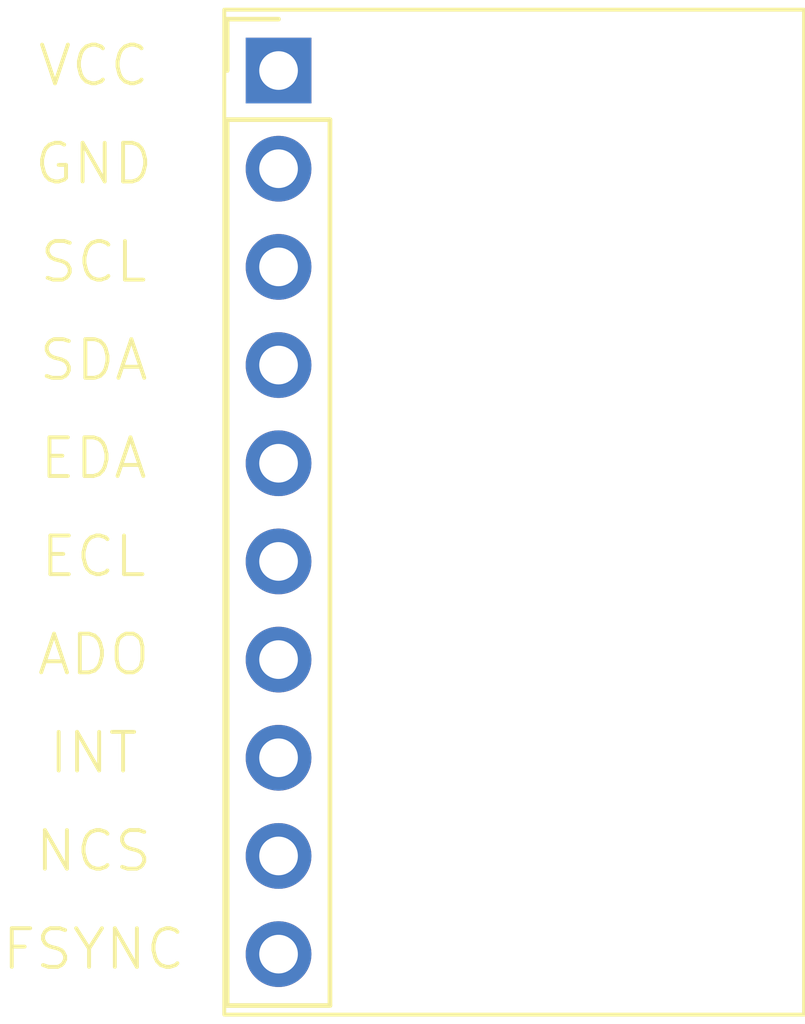
<source format=kicad_pcb>
(kicad_pcb (version 20240108) (generator "pcbnew") (generator_version "8.0")
  (layers (0 "F.Cu" signal) (31 "B.Cu" signal) (34 "B.Paste" user) (35 "F.Paste" user) (36 "B.SilkS" user "B.Silkscreen") (37 "F.SilkS" user "F.Silkscreen") (38 "B.Mask" user) (39 "F.Mask" user) (44 "Edge.Cuts" user))
  (net 0 "")
  (footprint "" (layer "F.Cu") (at 124.46 80.264)
    (property "Reference" "" (at 0 0 0) (layer "F.SilkS") (effects (font (size 1.27 1.27))))
    (property "Value" "")
    (pad "" np_thru_hole circle (at 0 0) (size 2.7 2.7) (drill 2.7) (layers "F&B.Cu" "*.Mask"))
  )
  (footprint "" (layer "F.Cu") (at 124.46 58.42)
    (property "Reference" "" (at -0.508 0.254 0) (layer "F.SilkS") (effects (font (size 1.27 1.27))))
    (property "Value" "")
    (pad "" np_thru_hole circle (at 0 0) (size 2.7 2.7) (drill 2.7) (layers "F&B.Cu" "*.Mask"))
  )
  (footprint "Connector_PinHeader_2.54mm:PinHeader_1x10_P2.54mm_Vertical" (layer "F.Cu") (at 112.522 57.963)
    (property "Reference" "REF**" (hide yes))
    (property "Value" "PinHeader_1x10_P2.54mm_Vertical" (hide yes))
    (fp_line (start -1.33 -1.33) (end 0 -1.33) (stroke (width 0.12)) (layer "F.SilkS"))
    (fp_line (start -1.33 0) (end -1.33 -1.33) (stroke (width 0.12)) (layer "F.SilkS"))
    (fp_line (start -1.33 1.27) (end -1.33 24.19) (stroke (width 0.12)) (layer "F.SilkS"))
    (fp_line (start -1.33 1.27) (end 1.33 1.27) (stroke (width 0.12)) (layer "F.SilkS"))
    (fp_line (start -1.33 24.19) (end 1.33 24.19) (stroke (width 0.12)) (layer "F.SilkS"))
    (fp_line (start 1.33 1.27) (end 1.33 24.19) (stroke (width 0.12)) (layer "F.SilkS"))
    (pad "1" thru_hole rect (at 0 0) (size 1.7 1.7) (drill 1) (layers "*.Cu" "*.Mask"))
    (pad "2" thru_hole oval (at 0 2.54) (size 1.7 1.7) (drill 1) (layers "*.Cu" "*.Mask"))
    (pad "3" thru_hole oval (at 0 5.08) (size 1.7 1.7) (drill 1) (layers "*.Cu" "*.Mask"))
    (pad "4" thru_hole oval (at 0 7.62) (size 1.7 1.7) (drill 1) (layers "*.Cu" "*.Mask"))
    (pad "5" thru_hole oval (at 0 10.16) (size 1.7 1.7) (drill 1) (layers "*.Cu" "*.Mask"))
    (pad "6" thru_hole oval (at 0 12.7) (size 1.7 1.7) (drill 1) (layers "*.Cu" "*.Mask"))
    (pad "7" thru_hole oval (at 0 15.24) (size 1.7 1.7) (drill 1) (layers "*.Cu" "*.Mask"))
    (pad "8" thru_hole oval (at 0 17.78) (size 1.7 1.7) (drill 1) (layers "*.Cu" "*.Mask"))
    (pad "9" thru_hole oval (at 0 20.32) (size 1.7 1.7) (drill 1) (layers "*.Cu" "*.Mask"))
    (pad "10" thru_hole oval (at 0 22.86) (size 1.7 1.7) (drill 1) (layers "*.Cu" "*.Mask"))
  )
  (gr_rect (start 111.118 56.388) (end 126.118 82.388) (stroke (width 0.1)) (fill none) (layer "F.SilkS"))
  (gr_text "GND" (at 106.148191 60.96 0) (layer "F.SilkS") (effects (font (size 1 1) (thickness 0.1)) (justify left bottom)))
  (gr_text "EDA" (at 106.291048 68.58 0) (layer "F.SilkS") (effects (font (size 1 1) (thickness 0.1)) (justify left bottom)))
  (gr_text "ADO" (at 106.219619 73.66 0) (layer "F.SilkS") (effects (font (size 1 1) (thickness 0.1)) (justify left bottom)))
  (gr_text "SDA" (at 106.267238 66.04 0) (layer "F.SilkS") (effects (font (size 1 1) (thickness 0.1)) (justify left bottom)))
  (gr_text "FSYNC" (at 105.314857 81.28 0) (layer "F.SilkS") (effects (font (size 1 1) (thickness 0.1)) (justify left bottom)))
  (gr_text "NCS" (at 106.172 78.74 0) (layer "F.SilkS") (effects (font (size 1 1) (thickness 0.1)) (justify left bottom)))
  (gr_text "INT" (at 106.529143 76.2 0) (layer "F.SilkS") (effects (font (size 1 1) (thickness 0.1)) (justify left bottom)))
  (gr_text "ECL" (at 106.314857 71.12 0) (layer "F.SilkS") (effects (font (size 1 1) (thickness 0.1)) (justify left bottom)))
  (gr_text "VCC" (at 106.243429 58.42 0) (layer "F.SilkS") (effects (font (size 1 1) (thickness 0.1)) (justify left bottom)))
  (gr_text "SCL" (at 106.291048 63.5 0) (layer "F.SilkS") (effects (font (size 1 1) (thickness 0.1)) (justify left bottom)))
)
</source>
